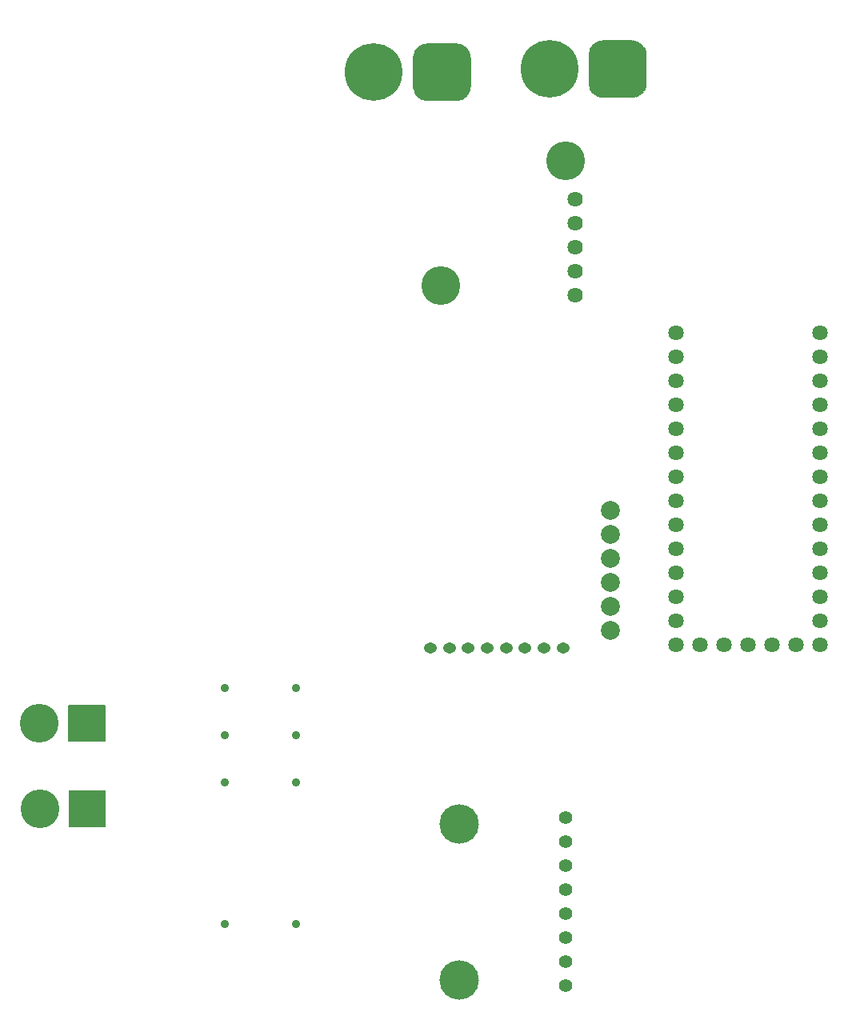
<source format=gbr>
%TF.GenerationSoftware,KiCad,Pcbnew,(5.1.8)-1*%
%TF.CreationDate,2021-01-10T21:03:03-08:00*%
%TF.ProjectId,PJS,504a532e-6b69-4636-9164-5f7063625858,rev?*%
%TF.SameCoordinates,Original*%
%TF.FileFunction,Soldermask,Bot*%
%TF.FilePolarity,Negative*%
%FSLAX46Y46*%
G04 Gerber Fmt 4.6, Leading zero omitted, Abs format (unit mm)*
G04 Created by KiCad (PCBNEW (5.1.8)-1) date 2021-01-10 21:03:03*
%MOMM*%
%LPD*%
G01*
G04 APERTURE LIST*
%ADD10C,4.101600*%
%ADD11C,1.625600*%
%ADD12C,1.409600*%
%ADD13C,4.165600*%
%ADD14C,0.901600*%
%ADD15C,6.101600*%
%ADD16O,1.371600X1.101600*%
%ADD17C,2.001600*%
%ADD18C,1.631600*%
%ADD19C,0.100000*%
G04 APERTURE END LIST*
D10*
%TO.C,VR1*%
X124146500Y-73084499D03*
X137346500Y-59884499D03*
D11*
X138366500Y-63944499D03*
X138366500Y-66484499D03*
X138366500Y-69024499D03*
X138366500Y-71564499D03*
X138376500Y-74114499D03*
%TD*%
D12*
%TO.C,A5*%
X137414000Y-142112999D03*
X137414000Y-137032999D03*
X137414000Y-144652999D03*
D13*
X126111000Y-130047999D03*
D12*
X137414000Y-139572999D03*
X137414000Y-147192999D03*
X137414000Y-134492999D03*
X137414000Y-129412999D03*
X137414000Y-131952999D03*
D13*
X126111000Y-146557999D03*
%TD*%
D14*
%TO.C,K1*%
X101342500Y-115642999D03*
X101342500Y-120642999D03*
X101342500Y-125642999D03*
X101342500Y-140642999D03*
X108842500Y-115642999D03*
X108842500Y-120642999D03*
X108842500Y-125642999D03*
X108842500Y-140642999D03*
%TD*%
%TO.C,X3*%
G36*
G01*
X145925800Y-48639599D02*
X145925800Y-51690399D01*
G75*
G02*
X144400400Y-53215799I-1525400J0D01*
G01*
X141349600Y-53215799D01*
G75*
G02*
X139824200Y-51690399I0J1525400D01*
G01*
X139824200Y-48639599D01*
G75*
G02*
X141349600Y-47114199I1525400J0D01*
G01*
X144400400Y-47114199D01*
G75*
G02*
X145925800Y-48639599I0J-1525400D01*
G01*
G37*
D15*
X135675000Y-50164999D03*
%TD*%
D16*
%TO.C,A6*%
X125092600Y-111454999D03*
X129092600Y-111454999D03*
D17*
X142122600Y-96844999D03*
X142122600Y-104464999D03*
D16*
X135092600Y-111454999D03*
X137092600Y-111454999D03*
X133092600Y-111454999D03*
D17*
X142122600Y-107004999D03*
X142122600Y-99384999D03*
X142122600Y-101924999D03*
X142122600Y-109544999D03*
D16*
X123092600Y-111454999D03*
X127092600Y-111454999D03*
X131092600Y-111454999D03*
%TD*%
D10*
%TO.C,X2*%
X81715000Y-119414999D03*
G36*
G01*
X88665800Y-117514999D02*
X88665800Y-121314999D01*
G75*
G02*
X88615000Y-121365799I-50800J0D01*
G01*
X84815000Y-121365799D01*
G75*
G02*
X84764200Y-121314999I0J50800D01*
G01*
X84764200Y-117514999D01*
G75*
G02*
X84815000Y-117464199I50800J0D01*
G01*
X88615000Y-117464199D01*
G75*
G02*
X88665800Y-117514999I0J-50800D01*
G01*
G37*
%TD*%
%TO.C,X1*%
X81765000Y-128464999D03*
G36*
G01*
X88715800Y-126564999D02*
X88715800Y-130364999D01*
G75*
G02*
X88665000Y-130415799I-50800J0D01*
G01*
X84865000Y-130415799D01*
G75*
G02*
X84814200Y-130364999I0J50800D01*
G01*
X84814200Y-126564999D01*
G75*
G02*
X84865000Y-126514199I50800J0D01*
G01*
X88665000Y-126514199D01*
G75*
G02*
X88715800Y-126564999I0J-50800D01*
G01*
G37*
%TD*%
%TO.C,X4*%
G36*
G01*
X127358400Y-48969799D02*
X127358400Y-52020599D01*
G75*
G02*
X125833000Y-53545999I-1525400J0D01*
G01*
X122782200Y-53545999D01*
G75*
G02*
X121256800Y-52020599I0J1525400D01*
G01*
X121256800Y-48969799D01*
G75*
G02*
X122782200Y-47444399I1525400J0D01*
G01*
X125833000Y-47444399D01*
G75*
G02*
X127358400Y-48969799I0J-1525400D01*
G01*
G37*
D15*
X117107600Y-50495199D03*
%TD*%
D18*
%TO.C,U2*%
X161772600Y-111048799D03*
X159232600Y-111048799D03*
X156692600Y-111048799D03*
X154152600Y-111048799D03*
X151612600Y-111048799D03*
X164312600Y-78028799D03*
X164312600Y-80568799D03*
X164312600Y-83108799D03*
X164312600Y-85648799D03*
X164312600Y-88188799D03*
X164312600Y-90728799D03*
X164312600Y-93268799D03*
X164312600Y-95808799D03*
X164312600Y-98348799D03*
X164312600Y-100888799D03*
X164312600Y-103428799D03*
X164312600Y-105968799D03*
X164312600Y-108508799D03*
X164312600Y-111048799D03*
X149072600Y-78028799D03*
X149072600Y-80568799D03*
X149072600Y-83108799D03*
X149072600Y-85648799D03*
X149072600Y-88188799D03*
X149072600Y-90728799D03*
X149072600Y-93268799D03*
X149072600Y-95808799D03*
X149072600Y-98348799D03*
X149072600Y-100888799D03*
X149072600Y-103428799D03*
X149072600Y-105968799D03*
X149072600Y-108508799D03*
X149072600Y-111048799D03*
%TD*%
D19*
G36*
X121258790Y-52020403D02*
G01*
X121288080Y-52317795D01*
X121374771Y-52603575D01*
X121515547Y-52866950D01*
X121705000Y-53097799D01*
X121935849Y-53287252D01*
X122199224Y-53428028D01*
X122485004Y-53514719D01*
X122782396Y-53544009D01*
X122784022Y-53545174D01*
X122783826Y-53547164D01*
X122782200Y-53547999D01*
X122759433Y-53547999D01*
X122759237Y-53547989D01*
X122464138Y-53518925D01*
X122463753Y-53518849D01*
X122182377Y-53433494D01*
X122182015Y-53433344D01*
X121922704Y-53294739D01*
X121922378Y-53294521D01*
X121695088Y-53107988D01*
X121694811Y-53107711D01*
X121508278Y-52880421D01*
X121508060Y-52880095D01*
X121369455Y-52620784D01*
X121369305Y-52620422D01*
X121283950Y-52339046D01*
X121283874Y-52338661D01*
X121254810Y-52043562D01*
X121254800Y-52043366D01*
X121254800Y-52020599D01*
X121255800Y-52018867D01*
X121257800Y-52018867D01*
X121258790Y-52020403D01*
G37*
G36*
X127359565Y-52018973D02*
G01*
X127360400Y-52020599D01*
X127360400Y-52043366D01*
X127360390Y-52043562D01*
X127331326Y-52338661D01*
X127331250Y-52339046D01*
X127245895Y-52620422D01*
X127245745Y-52620784D01*
X127107140Y-52880095D01*
X127106922Y-52880421D01*
X126920389Y-53107711D01*
X126920112Y-53107988D01*
X126692822Y-53294521D01*
X126692496Y-53294739D01*
X126433185Y-53433344D01*
X126432823Y-53433494D01*
X126151447Y-53518849D01*
X126151062Y-53518925D01*
X125855963Y-53547989D01*
X125855767Y-53547999D01*
X125833000Y-53547999D01*
X125831268Y-53546999D01*
X125831268Y-53544999D01*
X125832804Y-53544009D01*
X126130196Y-53514719D01*
X126415976Y-53428028D01*
X126679351Y-53287252D01*
X126910200Y-53097799D01*
X127099653Y-52866950D01*
X127240429Y-52603575D01*
X127327120Y-52317795D01*
X127356410Y-52020403D01*
X127357575Y-52018777D01*
X127359565Y-52018973D01*
G37*
G36*
X145926965Y-51688773D02*
G01*
X145927800Y-51690399D01*
X145927800Y-51713166D01*
X145927790Y-51713362D01*
X145898726Y-52008461D01*
X145898650Y-52008846D01*
X145813295Y-52290222D01*
X145813145Y-52290584D01*
X145674540Y-52549895D01*
X145674322Y-52550221D01*
X145487789Y-52777511D01*
X145487512Y-52777788D01*
X145260222Y-52964321D01*
X145259896Y-52964539D01*
X145000585Y-53103144D01*
X145000223Y-53103294D01*
X144718847Y-53188649D01*
X144718462Y-53188725D01*
X144423363Y-53217789D01*
X144423167Y-53217799D01*
X144400400Y-53217799D01*
X144398668Y-53216799D01*
X144398668Y-53214799D01*
X144400204Y-53213809D01*
X144697596Y-53184519D01*
X144983376Y-53097828D01*
X145246751Y-52957052D01*
X145477600Y-52767599D01*
X145667053Y-52536750D01*
X145807829Y-52273375D01*
X145894520Y-51987595D01*
X145923810Y-51690203D01*
X145924975Y-51688577D01*
X145926965Y-51688773D01*
G37*
G36*
X139826190Y-51690203D02*
G01*
X139855480Y-51987595D01*
X139942171Y-52273375D01*
X140082947Y-52536750D01*
X140272400Y-52767599D01*
X140503249Y-52957052D01*
X140766624Y-53097828D01*
X141052404Y-53184519D01*
X141349796Y-53213809D01*
X141351422Y-53214974D01*
X141351226Y-53216964D01*
X141349600Y-53217799D01*
X141326833Y-53217799D01*
X141326637Y-53217789D01*
X141031538Y-53188725D01*
X141031153Y-53188649D01*
X140749777Y-53103294D01*
X140749415Y-53103144D01*
X140490104Y-52964539D01*
X140489778Y-52964321D01*
X140262488Y-52777788D01*
X140262211Y-52777511D01*
X140075678Y-52550221D01*
X140075460Y-52549895D01*
X139936855Y-52290584D01*
X139936705Y-52290222D01*
X139851350Y-52008846D01*
X139851274Y-52008461D01*
X139822210Y-51713362D01*
X139822200Y-51713166D01*
X139822200Y-51690399D01*
X139823200Y-51688667D01*
X139825200Y-51688667D01*
X139826190Y-51690203D01*
G37*
G36*
X122783932Y-47443399D02*
G01*
X122783932Y-47445399D01*
X122782396Y-47446389D01*
X122485004Y-47475679D01*
X122199224Y-47562370D01*
X121935849Y-47703146D01*
X121705000Y-47892599D01*
X121515547Y-48123448D01*
X121374771Y-48386823D01*
X121288080Y-48672603D01*
X121258790Y-48969995D01*
X121257625Y-48971621D01*
X121255635Y-48971425D01*
X121254800Y-48969799D01*
X121254800Y-48947032D01*
X121254810Y-48946836D01*
X121283874Y-48651737D01*
X121283950Y-48651352D01*
X121369305Y-48369976D01*
X121369455Y-48369614D01*
X121508060Y-48110303D01*
X121508278Y-48109977D01*
X121694811Y-47882687D01*
X121695088Y-47882410D01*
X121922378Y-47695877D01*
X121922704Y-47695659D01*
X122182015Y-47557054D01*
X122182377Y-47556904D01*
X122463753Y-47471549D01*
X122464138Y-47471473D01*
X122759237Y-47442409D01*
X122759433Y-47442399D01*
X122782200Y-47442399D01*
X122783932Y-47443399D01*
G37*
G36*
X125855963Y-47442409D02*
G01*
X126151062Y-47471473D01*
X126151447Y-47471549D01*
X126432823Y-47556904D01*
X126433185Y-47557054D01*
X126692496Y-47695659D01*
X126692822Y-47695877D01*
X126920112Y-47882410D01*
X126920389Y-47882687D01*
X127106922Y-48109977D01*
X127107140Y-48110303D01*
X127245745Y-48369614D01*
X127245895Y-48369976D01*
X127331250Y-48651352D01*
X127331326Y-48651737D01*
X127360390Y-48946836D01*
X127360400Y-48947032D01*
X127360400Y-48969799D01*
X127359400Y-48971531D01*
X127357400Y-48971531D01*
X127356410Y-48969995D01*
X127327120Y-48672603D01*
X127240429Y-48386823D01*
X127099653Y-48123448D01*
X126910200Y-47892599D01*
X126679351Y-47703146D01*
X126415976Y-47562370D01*
X126130196Y-47475679D01*
X125832804Y-47446389D01*
X125831178Y-47445224D01*
X125831374Y-47443234D01*
X125833000Y-47442399D01*
X125855767Y-47442399D01*
X125855963Y-47442409D01*
G37*
G36*
X141351332Y-47113199D02*
G01*
X141351332Y-47115199D01*
X141349796Y-47116189D01*
X141052404Y-47145479D01*
X140766624Y-47232170D01*
X140503249Y-47372946D01*
X140272400Y-47562399D01*
X140082947Y-47793248D01*
X139942171Y-48056623D01*
X139855480Y-48342403D01*
X139826190Y-48639795D01*
X139825025Y-48641421D01*
X139823035Y-48641225D01*
X139822200Y-48639599D01*
X139822200Y-48616832D01*
X139822210Y-48616636D01*
X139851274Y-48321537D01*
X139851350Y-48321152D01*
X139936705Y-48039776D01*
X139936855Y-48039414D01*
X140075460Y-47780103D01*
X140075678Y-47779777D01*
X140262211Y-47552487D01*
X140262488Y-47552210D01*
X140489778Y-47365677D01*
X140490104Y-47365459D01*
X140749415Y-47226854D01*
X140749777Y-47226704D01*
X141031153Y-47141349D01*
X141031538Y-47141273D01*
X141326637Y-47112209D01*
X141326833Y-47112199D01*
X141349600Y-47112199D01*
X141351332Y-47113199D01*
G37*
G36*
X144423363Y-47112209D02*
G01*
X144718462Y-47141273D01*
X144718847Y-47141349D01*
X145000223Y-47226704D01*
X145000585Y-47226854D01*
X145259896Y-47365459D01*
X145260222Y-47365677D01*
X145487512Y-47552210D01*
X145487789Y-47552487D01*
X145674322Y-47779777D01*
X145674540Y-47780103D01*
X145813145Y-48039414D01*
X145813295Y-48039776D01*
X145898650Y-48321152D01*
X145898726Y-48321537D01*
X145927790Y-48616636D01*
X145927800Y-48616832D01*
X145927800Y-48639599D01*
X145926800Y-48641331D01*
X145924800Y-48641331D01*
X145923810Y-48639795D01*
X145894520Y-48342403D01*
X145807829Y-48056623D01*
X145667053Y-47793248D01*
X145477600Y-47562399D01*
X145246751Y-47372946D01*
X144983376Y-47232170D01*
X144697596Y-47145479D01*
X144400204Y-47116189D01*
X144398578Y-47115024D01*
X144398774Y-47113034D01*
X144400400Y-47112199D01*
X144423167Y-47112199D01*
X144423363Y-47112209D01*
G37*
M02*

</source>
